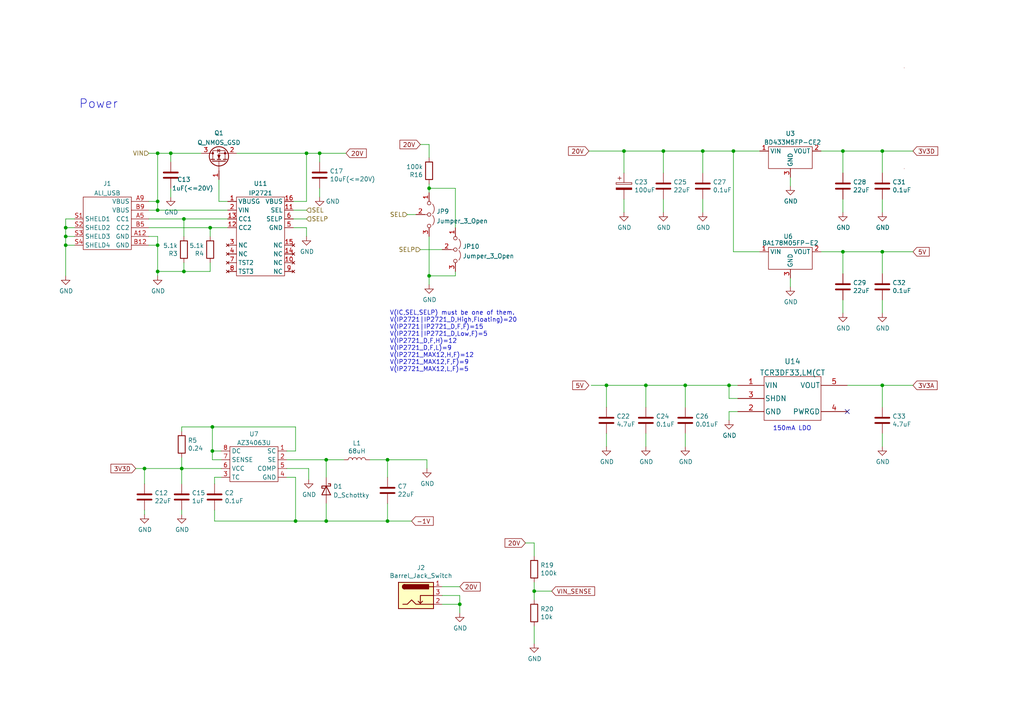
<source format=kicad_sch>
(kicad_sch (version 20211123) (generator eeschema)
  (paper "A4")
  (lib_symbols
    (symbol "Connector:Barrel_Jack_Switch" (pin_names hide)
      (property "Reference" "J" (at 0 5.334 0))
      (property "Value" "Barrel_Jack_Switch" (at 0 -5.08 0))
      (symbol "Barrel_Jack_Switch_0_1"
        (rectangle (start -5.08 3.81) (end 5.08 -3.81) (stroke (width 0.254)) (fill (type background)))
        (arc (start -3.302 3.175) (mid -3.937 2.54) (end -3.302 1.905) (stroke (width 0.254)))
        (arc (start -3.302 3.175) (mid -3.937 2.54) (end -3.302 1.905) (stroke (width 0.254)) (fill (type outline)))
        (polyline (pts (xy 1.27 -2.286) (xy 1.905 -1.651)) (stroke (width 0.254)))
        (polyline (pts (xy 5.08 2.54) (xy 3.81 2.54)) (stroke (width 0.254)))
        (polyline (pts (xy 5.08 0) (xy 1.27 0) (xy 1.27 -2.286) (xy 0.635 -1.651)) (stroke (width 0.254)))
        (polyline (pts (xy -3.81 -2.54) (xy -2.54 -2.54) (xy -1.27 -1.27) (xy 0 -2.54) (xy 2.54 -2.54) (xy 5.08 -2.54)) (stroke (width 0.254)))
        (rectangle (start 3.683 3.175) (end -3.302 1.905) (stroke (width 0.254)) (fill (type outline)))
      )
      (symbol "Barrel_Jack_Switch_1_1"
        (pin passive line (at 7.62 2.54 180) (length 2.54) (name "~") (number "1"))
        (pin passive line (at 7.62 -2.54 180) (length 2.54) (name "~") (number "2"))
        (pin passive line (at 7.62 0 180) (length 2.54) (name "~") (number "3"))
      )
    )
    (symbol "Device:C" (pin_numbers hide) (pin_names (offset 0.254))
      (property "Reference" "C" (at 0.635 2.54 0))
      (property "Value" "C" (at 0.635 -2.54 0))
      (symbol "C_0_1"
        (polyline (pts (xy -2.032 -0.762) (xy 2.032 -0.762)) (stroke (width 0.508)))
        (polyline (pts (xy -2.032 0.762) (xy 2.032 0.762)) (stroke (width 0.508)))
      )
      (symbol "C_1_1"
        (pin passive line (at 0 3.81 270) (length 2.794) (name "~") (number "1"))
        (pin passive line (at 0 -3.81 90) (length 2.794) (name "~") (number "2"))
      )
    )
    (symbol "Device:CP" (pin_numbers hide) (pin_names (offset 0.254))
      (property "Reference" "C" (at 0.635 2.54 0))
      (property "Value" "Device_CP" (at 0.635 -2.54 0))
      (symbol "CP_0_1"
        (rectangle (start -2.286 0.508) (end 2.286 1.016))
        (polyline (pts (xy -1.778 2.286) (xy -0.762 2.286)))
        (polyline (pts (xy -1.27 2.794) (xy -1.27 1.778)))
        (rectangle (start 2.286 -0.508) (end -2.286 -1.016) (fill (type outline)))
      )
      (symbol "CP_1_1"
        (pin passive line (at 0 3.81 270) (length 2.794) (name "~") (number "1"))
        (pin passive line (at 0 -3.81 90) (length 2.794) (name "~") (number "2"))
      )
    )
    (symbol "Device:D_Schottky" (pin_numbers hide) (pin_names (offset 1.016) hide)
      (property "Reference" "D" (at 0 2.54 0))
      (property "Value" "D_Schottky" (at 0 -2.54 0))
      (symbol "D_Schottky_0_1"
        (polyline (pts (xy 1.27 0) (xy -1.27 0)))
        (polyline (pts (xy 1.27 1.27) (xy 1.27 -1.27) (xy -1.27 0) (xy 1.27 1.27)) (stroke (width 0.254)))
        (polyline (pts (xy -1.905 0.635) (xy -1.905 1.27) (xy -1.27 1.27) (xy -1.27 -1.27) (xy -0.635 -1.27) (xy -0.635 -0.635)) (stroke (width 0.254)))
      )
      (symbol "D_Schottky_1_1"
        (pin passive line (at -3.81 0 0) (length 2.54) (name "K") (number "1"))
        (pin passive line (at 3.81 0 180) (length 2.54) (name "A") (number "2"))
      )
    )
    (symbol "Device:L" (pin_numbers hide) (pin_names (offset 1.016) hide)
      (property "Reference" "L" (at -1.27 0 90))
      (property "Value" "L" (at 1.905 0 90))
      (symbol "L_0_1"
        (arc (start 0 -2.54) (mid 0.635 -1.905) (end 0 -1.27))
        (arc (start 0 -1.27) (mid 0.635 -0.635) (end 0 0))
        (arc (start 0 0) (mid 0.635 0.635) (end 0 1.27))
        (arc (start 0 1.27) (mid 0.635 1.905) (end 0 2.54))
      )
      (symbol "L_1_1"
        (pin passive line (at 0 3.81 270) (length 1.27) (name "1") (number "1"))
        (pin passive line (at 0 -3.81 90) (length 1.27) (name "2") (number "2"))
      )
    )
    (symbol "Device:Q_NMOS_GSD" (pin_names (offset 0) hide)
      (property "Reference" "Q" (at 5.08 1.27 0))
      (property "Value" "Q_NMOS_GSD" (at 5.08 -1.27 0))
      (symbol "Q_NMOS_GSD_0_1"
        (polyline (pts (xy 0.254 0) (xy -2.54 0)))
        (polyline (pts (xy 0.254 1.905) (xy 0.254 -1.905)) (stroke (width 0.254)))
        (polyline (pts (xy 0.762 -1.27) (xy 0.762 -2.286)) (stroke (width 0.254)))
        (polyline (pts (xy 0.762 0.508) (xy 0.762 -0.508)) (stroke (width 0.254)))
        (polyline (pts (xy 0.762 2.286) (xy 0.762 1.27)) (stroke (width 0.254)))
        (polyline (pts (xy 2.54 2.54) (xy 2.54 1.778)))
        (polyline (pts (xy 2.54 -2.54) (xy 2.54 0) (xy 0.762 0)))
        (polyline (pts (xy 0.762 -1.778) (xy 3.302 -1.778) (xy 3.302 1.778) (xy 0.762 1.778)))
        (polyline (pts (xy 1.016 0) (xy 2.032 0.381) (xy 2.032 -0.381) (xy 1.016 0)) (fill (type outline)))
        (polyline (pts (xy 2.794 0.508) (xy 2.921 0.381) (xy 3.683 0.381) (xy 3.81 0.254)))
        (polyline (pts (xy 3.302 0.381) (xy 2.921 -0.254) (xy 3.683 -0.254) (xy 3.302 0.381)))
        (circle (center 1.651 0) (radius 2.794) (stroke (width 0.254)))
        (circle (center 2.54 -1.778) (radius 0.254) (fill (type outline)))
        (circle (center 2.54 1.778) (radius 0.254) (fill (type outline)))
      )
      (symbol "Q_NMOS_GSD_1_1"
        (pin input line (at -5.08 0 0) (length 2.54) (name "G") (number "1"))
        (pin passive line (at 2.54 -5.08 90) (length 2.54) (name "S") (number "2"))
        (pin passive line (at 2.54 5.08 270) (length 2.54) (name "D") (number "3"))
      )
    )
    (symbol "Device:R" (pin_numbers hide) (pin_names (offset 0))
      (property "Reference" "R" (at 2.032 0 90))
      (property "Value" "R" (at 0 0 90))
      (symbol "R_0_1"
        (rectangle (start -1.016 -2.54) (end 1.016 2.54) (stroke (width 0.254)))
      )
      (symbol "R_1_1"
        (pin passive line (at 0 3.81 270) (length 1.27) (name "~") (number "1"))
        (pin passive line (at 0 -3.81 90) (length 1.27) (name "~") (number "2"))
      )
    )
    (symbol "Jumper:Jumper_3_Open" (pin_names (offset 0) hide)
      (property "Reference" "JP" (at -2.54 -2.54 0))
      (property "Value" "Jumper_3_Open" (at 0 2.794 0))
      (symbol "Jumper_3_Open_0_0"
        (circle (center -3.302 0) (radius 0.508))
        (circle (center 0 0) (radius 0.508))
        (circle (center 3.302 0) (radius 0.508))
      )
      (symbol "Jumper_3_Open_0_1"
        (arc (start -0.254 1.016) (mid -1.651 1.4992) (end -3.048 1.016))
        (polyline (pts (xy 0 -0.508) (xy 0 -1.27)))
        (arc (start 3.048 1.016) (mid 1.651 1.4992) (end 0.254 1.016))
      )
      (symbol "Jumper_3_Open_1_1"
        (pin passive line (at -6.35 0 0) (length 2.54) (name "A") (number "1"))
        (pin input line (at 0 -3.81 90) (length 2.54) (name "C") (number "2"))
        (pin passive line (at 6.35 0 180) (length 2.54) (name "B") (number "3"))
      )
    )
    (symbol "Ninja-qPCR:ALI_USB"
      (property "Reference" "J" (at -7.62 2.54 0))
      (property "Value" "ALI_USB" (at -6.35 -15.24 0))
      (symbol "ALI_USB_0_1"
        (rectangle (start 0 1.27) (end -13.97 -13.97) (stroke (width 0.1524)))
      )
      (symbol "ALI_USB_1_1"
        (pin input line (at 5.08 -10.16 180) (length 5.08) (name "GND") (number "A12"))
        (pin input line (at 5.08 -5.08 180) (length 5.08) (name "CC1") (number "A5"))
        (pin input line (at 5.08 0 180) (length 5.08) (name "VBUS") (number "A9"))
        (pin input line (at 5.08 -12.7 180) (length 5.08) (name "GND") (number "B12"))
        (pin input line (at 5.08 -7.62 180) (length 5.08) (name "CC2") (number "B5"))
        (pin input line (at 5.08 -2.54 180) (length 5.08) (name "VBUS") (number "B9"))
        (pin input line (at -16.51 -5.08 0) (length 2.54) (name "SHELD1") (number "S1"))
        (pin input line (at -16.51 -7.62 0) (length 2.54) (name "SHELD2") (number "S2"))
        (pin input line (at -16.51 -10.16 0) (length 2.54) (name "SHELD3") (number "S3"))
        (pin input line (at -16.51 -12.7 0) (length 2.54) (name "SHELD4") (number "S4"))
      )
    )
    (symbol "Ninja-qPCR:AZ34063U"
      (property "Reference" "U" (at 0 0 0))
      (property "Value" "AZ34063U" (at 0 -12.7 0))
      (symbol "AZ34063U_0_1"
        (rectangle (start -6.35 -1.27) (end 7.62 -11.43) (stroke (width 0.1524)))
      )
      (symbol "AZ34063U_1_1"
        (pin input line (at 10.16 -2.54 180) (length 2.54) (name "SC") (number "1"))
        (pin input line (at 10.16 -5.08 180) (length 2.54) (name "SE") (number "2"))
        (pin input line (at -8.89 -10.16 0) (length 2.54) (name "TC") (number "3"))
        (pin input line (at 10.16 -10.16 180) (length 2.54) (name "GND") (number "4"))
        (pin input line (at 10.16 -7.62 180) (length 2.54) (name "COMP") (number "5"))
        (pin input line (at -8.89 -7.62 0) (length 2.54) (name "VCC") (number "6"))
        (pin input line (at -8.89 -5.08 0) (length 2.54) (name "SENSE") (number "7"))
        (pin input line (at -8.89 -2.54 0) (length 2.54) (name "DC") (number "8"))
      )
    )
    (symbol "Ninja-qPCR:IP2721"
      (property "Reference" "U" (at 0 2.54 0))
      (property "Value" "IP2721" (at 0 -22.86 0))
      (symbol "IP2721_0_1"
        (rectangle (start -7.62 1.27) (end 6.35 -21.59) (stroke (width 0.1524)))
      )
      (symbol "IP2721_1_1"
        (pin output line (at -10.16 0 0) (length 2.54) (name "VBUSG") (number "1"))
        (pin no_connect line (at 8.89 -17.78 180) (length 2.54) (name "NC") (number "10"))
        (pin input line (at 8.89 -2.54 180) (length 2.54) (name "SEL") (number "11"))
        (pin input line (at -10.16 -7.62 0) (length 2.54) (name "CC2") (number "12"))
        (pin input line (at -10.16 -5.08 0) (length 2.54) (name "CC1") (number "13"))
        (pin no_connect line (at 8.89 -15.24 180) (length 2.54) (name "NC") (number "14"))
        (pin no_connect line (at 8.89 -12.7 180) (length 2.54) (name "NC") (number "15"))
        (pin input line (at 8.89 0 180) (length 2.54) (name "VBUS") (number "16"))
        (pin power_in line (at -10.16 -2.54 0) (length 2.54) (name "VIN") (number "2"))
        (pin no_connect line (at -10.16 -12.7 0) (length 2.54) (name "NC") (number "3"))
        (pin no_connect line (at -10.16 -15.24 0) (length 2.54) (name "NC") (number "4"))
        (pin power_out line (at 8.89 -7.62 180) (length 2.54) (name "GND") (number "5"))
        (pin input line (at 8.89 -5.08 180) (length 2.54) (name "SELP") (number "6"))
        (pin no_connect line (at -10.16 -17.78 0) (length 2.54) (name "TST2") (number "7"))
        (pin no_connect line (at -10.16 -20.32 0) (length 2.54) (name "TST3") (number "8"))
        (pin no_connect line (at 8.89 -20.32 180) (length 2.54) (name "NC") (number "9"))
      )
    )
    (symbol "Ninja-qPCR:MCP1755T-3302E_OT" (pin_names (offset 0.254))
      (property "Reference" "U" (at 16.51 8.89 0))
      (property "Value" "MCP1755T-3302E_OT" (at 16.51 6.35 0))
      (symbol "MCP1755T-3302E_OT_1_1"
        (rectangle (start 7.62 2.54) (end 24.13 -10.16))
        (pin power_in line (at 0 0 0) (length 7.62) (name "VIN") (number "1"))
        (pin power_in line (at 0 -7.62 0) (length 7.62) (name "GND") (number "2"))
        (pin input line (at 0 -3.81 0) (length 7.62) (name "SHDN") (number "3"))
        (pin output line (at 31.75 -7.62 180) (length 7.62) (name "PWRGD") (number "4"))
        (pin output line (at 31.75 0 180) (length 7.62) (name "VOUT") (number "5"))
      )
    )
    (symbol "Ninja-qPCR:REG_TO252-3"
      (property "Reference" "U" (at 0 1.27 0))
      (property "Value" "REG_TO252-3" (at 7.62 -7.62 0))
      (symbol "REG_TO252-3_0_1"
        (rectangle (start -6.35 0) (end 6.35 -6.35) (stroke (width 0.1524)))
        (rectangle (start 33.02 22.86) (end 33.02 22.86) (stroke (width 0.1524)))
      )
      (symbol "REG_TO252-3_1_1"
        (pin input line (at -8.89 -1.27 0) (length 2.54) (name "VIN") (number "1"))
        (pin input line (at 8.89 -1.27 180) (length 2.54) (name "VOUT") (number "2"))
        (pin input line (at 0 -8.89 90) (length 2.54) (name "GND") (number "3"))
      )
    )
    (symbol "power:GND" (power) (pin_names (offset 0))
      (property "Value" "GND" (at 0 -3.81 0))
      (symbol "GND_0_1"
        (polyline (pts (xy 0 0) (xy 0 -1.27) (xy 1.27 -1.27) (xy 0 -2.54) (xy -1.27 -1.27) (xy 0 -1.27)))
      )
      (symbol "GND_1_1"
        (pin power_in line (at 0 0 270) (length 0) hide (name "GND") (number "1"))
      )
    )
  )
  (junction (at 61.595 123.825))
  (junction (at 53.34 63.5))
  (junction (at 19.05 66.04))
  (junction (at 45.72 58.42))
  (junction (at 255.905 43.815))
  (junction (at 192.405 43.815))
  (junction (at 92.71 44.45))
  (junction (at 244.475 43.815))
  (junction (at 45.72 60.96))
  (junction (at 112.395 151.13))
  (junction (at 180.975 43.815))
  (junction (at 255.905 73.025))
  (junction (at 94.615 133.35))
  (junction (at 41.91 135.89))
  (junction (at 49.53 44.45))
  (junction (at 175.895 111.76))
  (junction (at 198.755 111.76))
  (junction (at 124.46 54.61))
  (junction (at 88.9 44.45))
  (junction (at 112.395 133.35))
  (junction (at 133.35 175.26))
  (junction (at 61.595 130.81))
  (junction (at 45.72 78.74))
  (junction (at 203.835 43.815))
  (junction (at 187.325 111.76))
  (junction (at 255.905 111.76))
  (junction (at 60.96 66.04))
  (junction (at 94.615 151.13))
  (junction (at 124.46 80.01))
  (junction (at 19.05 71.12))
  (junction (at 244.475 73.025))
  (junction (at 211.455 111.76))
  (junction (at 52.705 135.89))
  (junction (at 154.94 171.45))
  (junction (at 85.725 151.13))
  (junction (at 19.05 68.58))
  (junction (at 212.725 43.815))
  (junction (at 45.72 71.12))
  (junction (at 45.72 44.45))
  (junction (at 53.34 78.74))
  (no_connect (at 245.745 119.38))
  (wire (pts (xy 66.04 58.42) (xy 63.5 58.42)))
  (wire (pts (xy 118.11 62.23) (xy 120.65 62.23)))
  (wire (pts (xy 83.185 135.89) (xy 89.535 135.89)))
  (wire (pts (xy 175.895 111.76) (xy 175.895 118.11)))
  (wire (pts (xy 187.325 125.73) (xy 187.325 129.54)))
  (wire (pts (xy 41.91 135.89) (xy 52.705 135.89)))
  (wire (pts (xy 41.91 149.225) (xy 41.91 147.955)))
  (wire (pts (xy 132.08 54.61) (xy 132.08 66.04)))
  (wire (pts (xy 61.595 130.81) (xy 61.595 133.35)))
  (wire (pts (xy 45.72 78.74) (xy 45.72 80.01)))
  (wire (pts (xy 49.53 54.61) (xy 49.53 57.15)))
  (wire (pts (xy 154.94 157.48) (xy 154.94 161.29)))
  (wire (pts (xy 45.72 68.58) (xy 45.72 71.12)))
  (wire (pts (xy 61.595 133.35) (xy 64.135 133.35)))
  (wire (pts (xy 255.905 57.785) (xy 255.905 61.595)))
  (wire (pts (xy 152.4 157.48) (xy 154.94 157.48)))
  (wire (pts (xy 85.09 66.04) (xy 88.9 66.04)))
  (wire (pts (xy 88.9 66.04) (xy 88.9 68.58)))
  (wire (pts (xy 45.72 71.12) (xy 45.72 78.74)))
  (wire (pts (xy 61.595 123.825) (xy 52.705 123.825)))
  (wire (pts (xy 212.725 43.815) (xy 220.345 43.815)))
  (wire (pts (xy 62.23 147.955) (xy 62.23 151.13)))
  (wire (pts (xy 245.745 111.76) (xy 255.905 111.76)))
  (wire (pts (xy 198.755 125.73) (xy 198.755 129.54)))
  (wire (pts (xy 187.325 111.76) (xy 198.755 111.76)))
  (wire (pts (xy 213.995 115.57) (xy 211.455 115.57)))
  (wire (pts (xy 85.725 130.81) (xy 85.725 123.825)))
  (wire (pts (xy 68.58 44.45) (xy 88.9 44.45)))
  (wire (pts (xy 180.975 43.815) (xy 180.975 50.165)))
  (wire (pts (xy 19.05 66.04) (xy 19.05 68.58)))
  (wire (pts (xy 229.235 80.645) (xy 229.235 83.185)))
  (wire (pts (xy 124.46 68.58) (xy 124.46 80.01)))
  (wire (pts (xy 213.995 119.38) (xy 211.455 119.38)))
  (wire (pts (xy 238.125 43.815) (xy 244.475 43.815)))
  (wire (pts (xy 255.905 86.995) (xy 255.905 90.805)))
  (wire (pts (xy 83.185 133.35) (xy 94.615 133.35)))
  (wire (pts (xy 45.72 60.96) (xy 66.04 60.96)))
  (wire (pts (xy 192.405 43.815) (xy 203.835 43.815)))
  (wire (pts (xy 62.23 151.13) (xy 85.725 151.13)))
  (wire (pts (xy 112.395 146.05) (xy 112.395 151.13)))
  (wire (pts (xy 124.46 54.61) (xy 124.46 55.88)))
  (wire (pts (xy 124.46 53.34) (xy 124.46 54.61)))
  (wire (pts (xy 85.09 60.96) (xy 88.9 60.96)))
  (wire (pts (xy 211.455 119.38) (xy 211.455 121.92)))
  (wire (pts (xy 39.37 135.89) (xy 41.91 135.89)))
  (wire (pts (xy 43.18 71.12) (xy 45.72 71.12)))
  (wire (pts (xy 60.96 76.2) (xy 60.96 78.74)))
  (wire (pts (xy 52.705 135.89) (xy 64.135 135.89)))
  (wire (pts (xy 53.34 76.2) (xy 53.34 78.74)))
  (wire (pts (xy 123.825 133.35) (xy 123.825 135.89)))
  (wire (pts (xy 203.835 43.815) (xy 212.725 43.815)))
  (wire (pts (xy 112.395 133.35) (xy 112.395 138.43)))
  (wire (pts (xy 53.34 78.74) (xy 60.96 78.74)))
  (wire (pts (xy 255.905 125.73) (xy 255.905 129.54)))
  (wire (pts (xy 128.27 170.18) (xy 133.35 170.18)))
  (wire (pts (xy 19.05 68.58) (xy 21.59 68.58)))
  (wire (pts (xy 154.94 171.45) (xy 160.02 171.45)))
  (wire (pts (xy 244.475 57.785) (xy 244.475 61.595)))
  (wire (pts (xy 154.94 171.45) (xy 154.94 173.99)))
  (wire (pts (xy 45.72 58.42) (xy 45.72 44.45)))
  (wire (pts (xy 85.09 63.5) (xy 88.9 63.5)))
  (wire (pts (xy 61.595 130.81) (xy 64.135 130.81)))
  (wire (pts (xy 212.725 43.815) (xy 212.725 73.025)))
  (wire (pts (xy 43.18 58.42) (xy 45.72 58.42)))
  (wire (pts (xy 255.905 111.76) (xy 264.795 111.76)))
  (wire (pts (xy 133.35 172.72) (xy 133.35 175.26)))
  (wire (pts (xy 60.96 66.04) (xy 66.04 66.04)))
  (wire (pts (xy 175.895 125.73) (xy 175.895 129.54)))
  (wire (pts (xy 94.615 151.13) (xy 112.395 151.13)))
  (wire (pts (xy 180.975 43.815) (xy 192.405 43.815)))
  (wire (pts (xy 132.08 78.74) (xy 132.08 80.01)))
  (wire (pts (xy 89.535 135.89) (xy 89.535 139.065)))
  (wire (pts (xy 52.705 149.225) (xy 52.705 147.955)))
  (wire (pts (xy 213.995 111.76) (xy 211.455 111.76)))
  (wire (pts (xy 255.905 73.025) (xy 264.795 73.025)))
  (wire (pts (xy 43.18 60.96) (xy 45.72 60.96)))
  (wire (pts (xy 255.905 73.025) (xy 244.475 73.025)))
  (wire (pts (xy 112.395 151.13) (xy 119.38 151.13)))
  (wire (pts (xy 211.455 111.76) (xy 211.455 115.57)))
  (wire (pts (xy 49.53 44.45) (xy 49.53 46.99)))
  (wire (pts (xy 124.46 41.91) (xy 124.46 45.72)))
  (wire (pts (xy 45.72 78.74) (xy 53.34 78.74)))
  (wire (pts (xy 255.905 43.815) (xy 255.905 50.165)))
  (wire (pts (xy 53.34 63.5) (xy 53.34 68.58)))
  (wire (pts (xy 41.91 135.89) (xy 41.91 140.335)))
  (wire (pts (xy 112.395 133.35) (xy 123.825 133.35)))
  (wire (pts (xy 244.475 43.815) (xy 244.475 50.165)))
  (wire (pts (xy 52.705 132.715) (xy 52.705 135.89)))
  (wire (pts (xy 255.905 111.76) (xy 255.905 118.11)))
  (wire (pts (xy 244.475 73.025) (xy 244.475 79.375)))
  (wire (pts (xy 19.05 63.5) (xy 19.05 66.04)))
  (wire (pts (xy 187.325 111.76) (xy 187.325 118.11)))
  (wire (pts (xy 60.96 66.04) (xy 60.96 68.58)))
  (wire (pts (xy 85.725 151.13) (xy 94.615 151.13)))
  (wire (pts (xy 83.185 138.43) (xy 85.725 138.43)))
  (wire (pts (xy 85.725 138.43) (xy 85.725 151.13)))
  (wire (pts (xy 255.905 73.025) (xy 255.905 79.375)))
  (wire (pts (xy 121.92 72.39) (xy 128.27 72.39)))
  (wire (pts (xy 61.595 123.825) (xy 61.595 130.81)))
  (wire (pts (xy 94.615 133.35) (xy 99.695 133.35)))
  (wire (pts (xy 255.905 43.815) (xy 244.475 43.815)))
  (wire (pts (xy 238.125 73.025) (xy 244.475 73.025)))
  (wire (pts (xy 88.9 44.45) (xy 92.71 44.45)))
  (wire (pts (xy 43.18 68.58) (xy 45.72 68.58)))
  (wire (pts (xy 92.71 54.61) (xy 92.71 57.15)))
  (wire (pts (xy 198.755 111.76) (xy 211.455 111.76)))
  (wire (pts (xy 198.755 111.76) (xy 198.755 118.11)))
  (wire (pts (xy 255.905 43.815) (xy 264.795 43.815)))
  (wire (pts (xy 107.315 133.35) (xy 112.395 133.35)))
  (wire (pts (xy 62.23 138.43) (xy 62.23 140.335)))
  (wire (pts (xy 88.9 44.45) (xy 88.9 58.42)))
  (wire (pts (xy 192.405 43.815) (xy 192.405 50.165)))
  (wire (pts (xy 52.705 135.89) (xy 52.705 140.335)))
  (wire (pts (xy 83.185 130.81) (xy 85.725 130.81)))
  (wire (pts (xy 53.34 63.5) (xy 66.04 63.5)))
  (wire (pts (xy 171.45 111.76) (xy 175.895 111.76)))
  (wire (pts (xy 43.18 63.5) (xy 53.34 63.5)))
  (wire (pts (xy 175.895 111.76) (xy 187.325 111.76)))
  (wire (pts (xy 124.46 80.01) (xy 124.46 82.55)))
  (wire (pts (xy 121.92 41.91) (xy 124.46 41.91)))
  (wire (pts (xy 94.615 133.35) (xy 94.615 138.43)))
  (wire (pts (xy 45.72 60.96) (xy 45.72 58.42)))
  (wire (pts (xy 203.835 57.785) (xy 203.835 61.595)))
  (wire (pts (xy 85.725 123.825) (xy 61.595 123.825)))
  (wire (pts (xy 229.235 51.435) (xy 229.235 53.975)))
  (wire (pts (xy 43.18 66.04) (xy 60.96 66.04)))
  (wire (pts (xy 49.53 44.45) (xy 58.42 44.45)))
  (wire (pts (xy 19.05 71.12) (xy 21.59 71.12)))
  (wire (pts (xy 43.18 44.45) (xy 45.72 44.45)))
  (wire (pts (xy 203.835 43.815) (xy 203.835 50.165)))
  (wire (pts (xy 128.27 175.26) (xy 133.35 175.26)))
  (wire (pts (xy 180.975 57.785) (xy 180.975 61.595)))
  (wire (pts (xy 94.615 146.05) (xy 94.615 151.13)))
  (wire (pts (xy 124.46 54.61) (xy 132.08 54.61)))
  (wire (pts (xy 21.59 63.5) (xy 19.05 63.5)))
  (wire (pts (xy 19.05 68.58) (xy 19.05 71.12)))
  (wire (pts (xy 170.815 43.815) (xy 180.975 43.815)))
  (wire (pts (xy 52.705 123.825) (xy 52.705 125.095)))
  (wire (pts (xy 19.05 71.12) (xy 19.05 80.01)))
  (wire (pts (xy 192.405 57.785) (xy 192.405 61.595)))
  (wire (pts (xy 19.05 66.04) (xy 21.59 66.04)))
  (wire (pts (xy 154.94 168.91) (xy 154.94 171.45)))
  (wire (pts (xy 92.71 44.45) (xy 100.33 44.45)))
  (wire (pts (xy 45.72 44.45) (xy 49.53 44.45)))
  (wire (pts (xy 212.725 73.025) (xy 220.345 73.025)))
  (wire (pts (xy 64.135 138.43) (xy 62.23 138.43)))
  (wire (pts (xy 133.35 177.8) (xy 133.35 175.26)))
  (wire (pts (xy 128.27 172.72) (xy 133.35 172.72)))
  (wire (pts (xy 154.94 181.61) (xy 154.94 186.69)))
  (wire (pts (xy 63.5 58.42) (xy 63.5 52.07)))
  (wire (pts (xy 85.09 58.42) (xy 88.9 58.42)))
  (wire (pts (xy 132.08 80.01) (xy 124.46 80.01)))
  (wire (pts (xy 92.71 44.45) (xy 92.71 46.99)))
  (wire (pts (xy 244.475 86.995) (xy 244.475 90.805)))
  (text "V(IC,SEL,SELP) must be one of them.\nV(IP2721|IP2721_D,High,Floating)=20\nV(IP2721|IP2721_D,F,F)=15\nV(IP2721|IP2721_D,Low,F)=5\nV(IP2721_D,F,H)=12\nV(IP2721_D,F,L)=9\nV(IP2721_MAX12,H,F)=12\nV(IP2721_MAX12,F,F)=9\nV(IP2721_MAX12,L,F)=5" (at 113.03 107.95 0) (effects (font (size 1.27 1.27)) (justify left bottom)))
  (text "Power" (at 22.86 31.75 0) (effects (font (size 2.54 2.54)) (justify left bottom)))
  (text "150mA LDO" (at 224.155 125.095 0) (effects (font (size 1.27 1.27)) (justify left bottom)))
  (global_label "3V3D" (shape input) (at 264.795 43.815 0) (property "Intersheet References" "${INTERSHEET_REFS}" (effects hide)))
  (global_label "3V3D" (shape input) (at 39.37 135.89 180) (property "Intersheet References" "${INTERSHEET_REFS}" (effects hide)))
  (global_label "20V" (shape input) (at 100.33 44.45 0) (property "Intersheet References" "${INTERSHEET_REFS}" (effects hide)))
  (global_label "20V" (shape input) (at 152.4 157.48 180) (property "Intersheet References" "${INTERSHEET_REFS}" (effects hide)))
  (global_label "5V" (shape input) (at 264.795 73.025 0) (property "Intersheet References" "${INTERSHEET_REFS}" (effects hide)))
  (global_label "20V" (shape input) (at 133.35 170.18 0) (property "Intersheet References" "${INTERSHEET_REFS}" (effects hide)))
  (global_label "20V" (shape input) (at 170.815 43.815 180) (property "Intersheet References" "${INTERSHEET_REFS}" (effects hide)))
  (global_label "VIN_SENSE" (shape input) (at 160.02 171.45 0) (property "Intersheet References" "${INTERSHEET_REFS}" (effects hide)))
  (global_label "5V" (shape input) (at 170.815 111.76 180) (property "Intersheet References" "${INTERSHEET_REFS}" (effects hide)))
  (global_label "-1V" (shape input) (at 119.38 151.13 0) (property "Intersheet References" "${INTERSHEET_REFS}" (effects hide)))
  (global_label "3V3A" (shape input) (at 264.795 111.76 0) (property "Intersheet References" "${INTERSHEET_REFS}" (effects hide)))
  (global_label "20V" (shape input) (at 121.92 41.91 180) (property "Intersheet References" "${INTERSHEET_REFS}" (effects hide)))
  (hierarchical_label "VIN" (shape input) (at 43.18 44.45 180))
  (hierarchical_label "SELP" (shape input) (at 88.9 63.5 0))
  (hierarchical_label "SEL" (shape input) (at 88.9 60.96 0))
  (hierarchical_label "SEL" (shape input) (at 118.11 62.23 180))
  (hierarchical_label "SELP" (shape input) (at 121.92 72.39 180))
  (symbol (lib_id "power:GND") (at 175.895 129.54 0) (unit 1)
    (property "Reference" "#PWR0122" (effects hide))
    (property "Value" "GND" (at 176.022 133.9342 0))
  )
  (symbol (lib_id "power:GND") (at 124.46 82.55 0) (unit 1)
    (property "Reference" "#PWR0131" (effects hide))
    (property "Value" "GND" (at 124.587 86.9442 0))
  )
  (symbol (lib_id "Ninja-qPCR:REG_TO252-3") (at 229.235 71.755 0) (unit 1)
    (property "Reference" "U6" (at 228.6 68.58 0))
    (property "Value" "BA178M05FP-E2" (at 229.235 70.485 0))
    (property "Footprint" "Ninja-qPCR:REG_TO252-3" (effects hide))
  )
  (symbol (lib_id "power:GND") (at 192.405 61.595 0) (unit 1)
    (property "Reference" "#PWR0136" (effects hide))
    (property "Value" "GND" (at 192.532 65.9892 0))
  )
  (symbol (lib_id "Device:C") (at 41.91 144.145 0) (unit 1)
    (property "Reference" "C12" (at 44.831 142.9766 0) (effects (justify left)))
    (property "Value" "22uF" (at 44.831 145.288 0) (effects (justify left)))
    (property "Footprint" "Capacitor_SMD:C_1210_3225Metric" (effects hide))
  )
  (symbol (lib_id "Device:C") (at 187.325 121.92 0) (unit 1)
    (property "Reference" "C24" (at 190.246 120.7516 0) (effects (justify left)))
    (property "Value" "0.1uF" (at 190.246 123.063 0) (effects (justify left)))
    (property "Footprint" "Capacitor_SMD:C_0603_1608Metric" (effects hide))
  )
  (symbol (lib_id "power:GND") (at 255.905 129.54 0) (unit 1)
    (property "Reference" "#PWR0128" (effects hide))
    (property "Value" "GND" (at 256.032 133.9342 0))
  )
  (symbol (lib_id "power:GND") (at 244.475 61.595 0) (unit 1)
    (property "Reference" "#PWR0123" (effects hide))
    (property "Value" "GND" (at 244.602 65.9892 0))
  )
  (symbol (lib_id "Device:L") (at 103.505 133.35 90) (unit 1)
    (property "Reference" "L1" (at 103.505 128.524 90))
    (property "Value" "68uH" (at 103.505 130.8354 90))
    (property "Footprint" "Inductor_SMD:L_Taiyo-Yuden_NR-60xx" (effects hide))
  )
  (symbol (lib_id "Ninja-qPCR:ALI_USB") (at 38.1 58.42 0) (unit 1)
    (property "Reference" "J1" (at 31.115 53.2343 0))
    (property "Value" "ALI_USB" (at 31.115 56.0094 0))
    (property "Footprint" "Ninja-qPCR:ALI_USB" (effects hide))
  )
  (symbol (lib_id "Device:C") (at 244.475 53.975 0) (unit 1)
    (property "Reference" "C28" (at 247.396 52.8066 0) (effects (justify left)))
    (property "Value" "22uF" (at 247.396 55.118 0) (effects (justify left)))
    (property "Footprint" "Capacitor_SMD:C_1210_3225Metric" (effects hide))
  )
  (symbol (lib_id "power:GND") (at 198.755 129.54 0) (unit 1)
    (property "Reference" "#PWR0118" (effects hide))
    (property "Value" "GND" (at 198.882 133.9342 0))
  )
  (symbol (lib_id "Device:C") (at 244.475 83.185 0) (unit 1)
    (property "Reference" "C29" (at 247.396 82.0166 0) (effects (justify left)))
    (property "Value" "22uF" (at 247.396 84.328 0) (effects (justify left)))
    (property "Footprint" "Capacitor_SMD:C_1210_3225Metric" (effects hide))
  )
  (symbol (lib_id "Device:C") (at 52.705 144.145 0) (unit 1)
    (property "Reference" "C15" (at 55.626 142.9766 0) (effects (justify left)))
    (property "Value" "1uF" (at 55.626 145.288 0) (effects (justify left)))
    (property "Footprint" "Capacitor_SMD:C_0603_1608Metric" (effects hide))
  )
  (symbol (lib_id "Jumper:Jumper_3_Open") (at 132.08 72.39 270) (unit 1)
    (property "Reference" "JP10" (at 134.2142 71.4815 90) (effects (justify left)))
    (property "Value" "Jumper_3_Open" (at 134.2142 74.2566 90) (effects (justify left)))
    (property "Footprint" "Jumper:SolderJumper-3_P2.0mm_Open_TrianglePad1.0x1.5mm" (effects hide))
  )
  (symbol (lib_id "Device:C") (at 49.53 50.8 0) (unit 1)
    (property "Reference" "C13" (at 53.34 52.07 0))
    (property "Value" "1uF(<=20V)" (at 55.88 54.61 0))
    (property "Footprint" "Capacitor_SMD:C_0603_1608Metric" (effects hide))
  )
  (symbol (lib_id "power:GND") (at 52.705 149.225 0) (unit 1)
    (property "Reference" "#PWR0114" (effects hide))
    (property "Value" "GND" (at 52.832 153.6192 0))
  )
  (symbol (lib_id "power:GND") (at 123.825 135.89 0) (unit 1)
    (property "Reference" "#PWR0106" (effects hide))
    (property "Value" "GND" (at 123.952 140.2842 0))
  )
  (symbol (lib_id "Device:C") (at 255.905 121.92 0) (unit 1)
    (property "Reference" "C33" (at 258.826 120.7516 0) (effects (justify left)))
    (property "Value" "4.7uF" (at 258.826 123.063 0) (effects (justify left)))
    (property "Footprint" "Capacitor_SMD:C_0805_2012Metric" (effects hide))
  )
  (symbol (lib_id "power:GND") (at 88.9 68.58 0) (unit 1)
    (property "Reference" "#PWR0115" (effects hide))
    (property "Value" "GND" (at 89.027 72.9742 0))
  )
  (symbol (lib_id "Ninja-qPCR:MCP1755T-3302E_OT") (at 213.995 111.76 0) (unit 1)
    (property "Reference" "U14" (at 229.87 104.8161 0) (effects (font (size 1.524 1.524))))
    (property "Value" "TCR3DF33,LM(CT" (at 229.87 108.0951 0) (effects (font (size 1.524 1.524))))
    (property "Footprint" "Package_TO_SOT_SMD:SOT-23-5" (effects hide))
  )
  (symbol (lib_id "power:GND") (at 255.905 61.595 0) (unit 1)
    (property "Reference" "#PWR0124" (effects hide))
    (property "Value" "GND" (at 256.032 65.9892 0))
  )
  (symbol (lib_id "Device:C") (at 192.405 53.975 0) (unit 1)
    (property "Reference" "C25" (at 195.326 52.8066 0) (effects (justify left)))
    (property "Value" "22uF" (at 195.326 55.118 0) (effects (justify left)))
    (property "Footprint" "Capacitor_SMD:C_1210_3225Metric" (effects hide))
  )
  (symbol (lib_id "Device:C") (at 62.23 144.145 0) (unit 1)
    (property "Reference" "C2" (at 65.151 142.9766 0) (effects (justify left)))
    (property "Value" "0.1uF" (at 65.151 145.288 0) (effects (justify left)))
    (property "Footprint" "Capacitor_SMD:C_0603_1608Metric" (effects hide))
  )
  (symbol (lib_id "Ninja-qPCR:AZ34063U") (at 73.025 128.27 0) (unit 1)
    (property "Reference" "U7" (at 73.66 125.891 0))
    (property "Value" "AZ34063U" (at 73.66 128.4279 0))
    (property "Footprint" "Package_SO:SOP-8_3.9x4.9mm_P1.27mm" (effects hide))
  )
  (symbol (lib_id "power:GND") (at 203.835 61.595 0) (unit 1)
    (property "Reference" "#PWR0134" (effects hide))
    (property "Value" "GND" (at 203.962 65.9892 0))
  )
  (symbol (lib_id "Ninja-qPCR:REG_TO252-3") (at 229.235 42.545 0) (unit 1)
    (property "Reference" "U3" (at 229.235 38.735 0))
    (property "Value" "BD433M5FP-CE2" (at 229.87 41.275 0))
    (property "Footprint" "Ninja-qPCR:REG_TO252-3" (effects hide))
  )
  (symbol (lib_id "power:GND") (at 244.475 90.805 0) (unit 1)
    (property "Reference" "#PWR0125" (effects hide))
    (property "Value" "GND" (at 244.602 95.1992 0))
  )
  (symbol (lib_id "power:GND") (at 89.535 139.065 0) (unit 1)
    (property "Reference" "#PWR0107" (effects hide))
    (property "Value" "GND" (at 89.662 143.4592 0))
  )
  (symbol (lib_id "power:GND") (at 211.455 121.92 0) (unit 1)
    (property "Reference" "#PWR0121" (effects hide))
    (property "Value" "GND" (at 211.582 126.3142 0))
  )
  (symbol (lib_id "power:GND") (at 180.975 61.595 0) (unit 1)
    (property "Reference" "#PWR0135" (effects hide))
    (property "Value" "GND" (at 181.102 65.9892 0))
  )
  (symbol (lib_id "power:GND") (at 229.235 83.185 0) (unit 1)
    (property "Reference" "#PWR0132" (effects hide))
    (property "Value" "GND" (at 229.362 87.5792 0))
  )
  (symbol (lib_id "Device:C") (at 112.395 142.24 0) (unit 1)
    (property "Reference" "C7" (at 115.316 141.0716 0) (effects (justify left)))
    (property "Value" "22uF" (at 115.316 143.383 0) (effects (justify left)))
    (property "Footprint" "Capacitor_SMD:C_1210_3225Metric" (effects hide))
  )
  (symbol (lib_id "power:GND") (at 45.72 80.01 0) (unit 1)
    (property "Reference" "#PWR0110" (effects hide))
    (property "Value" "GND" (at 45.847 84.4042 0))
  )
  (symbol (lib_id "power:GND") (at 229.235 53.975 0) (unit 1)
    (property "Reference" "#PWR0133" (effects hide))
    (property "Value" "GND" (at 229.362 58.3692 0))
  )
  (symbol (lib_id "power:GND") (at 133.35 177.8 0) (unit 1)
    (property "Reference" "#PWR0138" (effects hide))
    (property "Value" "GND" (at 133.477 182.1942 0))
  )
  (symbol (lib_id "power:GND") (at 41.91 149.225 0) (unit 1)
    (property "Reference" "#PWR0113" (effects hide))
    (property "Value" "GND" (at 42.037 153.6192 0))
  )
  (symbol (lib_id "Device:R") (at 154.94 177.8 0) (unit 1)
    (property "Reference" "R20" (at 156.718 176.6316 0) (effects (justify left)))
    (property "Value" "10k" (at 156.718 178.943 0) (effects (justify left)))
    (property "Footprint" "Resistor_SMD:R_0603_1608Metric" (effects hide))
  )
  (symbol (lib_id "Connector:Barrel_Jack_Switch") (at 120.65 172.72 0) (unit 1)
    (property "Reference" "J2" (at 122.0978 164.6682 0))
    (property "Value" "Barrel_Jack_Switch" (at 122.0978 166.9796 0))
    (property "Footprint" "Connector_BarrelJack:BarrelJack_Horizontal" (effects hide))
  )
  (symbol (lib_id "power:GND") (at 255.905 90.805 0) (unit 1)
    (property "Reference" "#PWR0126" (effects hide))
    (property "Value" "GND" (at 256.032 95.1992 0))
  )
  (symbol (lib_id "power:GND") (at 154.94 186.69 0) (unit 1)
    (property "Reference" "#PWR0137" (effects hide))
    (property "Value" "GND" (at 155.067 191.0842 0))
  )
  (symbol (lib_id "Ninja-qPCR:IP2721") (at 76.2 58.42 0) (unit 1)
    (property "Reference" "U11" (at 75.565 53.2343 0))
    (property "Value" "IP2721" (at 75.565 56.0094 0))
    (property "Footprint" "Package_SO:TSSOP-16_4.4x5mm_P0.65mm" (effects hide))
  )
  (symbol (lib_id "Device:C") (at 203.835 53.975 0) (unit 1)
    (property "Reference" "C27" (at 206.756 52.8066 0) (effects (justify left)))
    (property "Value" "0.1uF" (at 206.756 55.118 0) (effects (justify left)))
    (property "Footprint" "Capacitor_SMD:C_0603_1608Metric" (effects hide))
  )
  (symbol (lib_id "Device:D_Schottky") (at 94.615 142.24 270) (unit 1)
    (property "Reference" "D1" (at 96.647 141.0878 90) (effects (justify left)))
    (property "Value" "D_Schottky" (at 96.647 143.6247 90) (effects (justify left)))
    (property "Footprint" "Ninja-qPCR:MSS1P3L-M3&slash_89A" (effects hide))
  )
  (symbol (lib_id "Device:R") (at 124.46 49.53 180) (unit 1)
    (property "Reference" "R16" (at 122.682 50.6984 0) (effects (justify left)))
    (property "Value" "100k" (at 122.682 48.387 0) (effects (justify left)))
    (property "Footprint" "Resistor_SMD:R_0603_1608Metric" (effects hide))
  )
  (symbol (lib_id "power:GND") (at 92.71 57.15 0) (unit 1)
    (property "Reference" "#PWR0116" (effects hide))
    (property "Value" "GND" (at 96.52 58.42 0))
  )
  (symbol (lib_id "Device:Q_NMOS_GSD") (at 63.5 46.99 90) (unit 1)
    (property "Reference" "Q1" (at 63.5 38.5785 90))
    (property "Value" "Q_NMOS_GSD" (at 63.5 41.3536 90))
    (property "Footprint" "Ninja-qPCR:SOT95P240X112-3N" (effects hide))
  )
  (symbol (lib_id "Device:C") (at 255.905 83.185 0) (unit 1)
    (property "Reference" "C32" (at 258.826 82.0166 0) (effects (justify left)))
    (property "Value" "0.1uF" (at 258.826 84.328 0) (effects (justify left)))
    (property "Footprint" "Capacitor_SMD:C_0603_1608Metric" (effects hide))
  )
  (symbol (lib_id "power:GND") (at 49.53 57.15 0) (unit 1)
    (property "Reference" "#PWR0109" (effects hide))
    (property "Value" "GND" (at 49.657 61.5442 0))
  )
  (symbol (lib_id "Device:CP") (at 180.975 53.975 0) (unit 1)
    (property "Reference" "C23" (at 183.9722 52.8066 0) (effects (justify left)))
    (property "Value" "100uF" (at 183.9722 55.118 0) (effects (justify left)))
    (property "Footprint" "Ninja-qPCR:35TZV100M6.3X8" (effects hide))
  )
  (symbol (lib_id "Device:C") (at 92.71 50.8 0) (unit 1)
    (property "Reference" "C17" (at 95.631 49.6316 0) (effects (justify left)))
    (property "Value" "10uF(<=20V)" (at 95.631 51.943 0) (effects (justify left)))
    (property "Footprint" "Capacitor_SMD:C_0805_2012Metric" (effects hide))
  )
  (symbol (lib_id "Device:C") (at 175.895 121.92 0) (unit 1)
    (property "Reference" "C22" (at 178.816 120.7516 0) (effects (justify left)))
    (property "Value" "4.7uF" (at 178.816 123.063 0) (effects (justify left)))
    (property "Footprint" "Capacitor_SMD:C_0805_2012Metric" (effects hide))
  )
  (symbol (lib_id "Device:R") (at 52.705 128.905 0) (unit 1)
    (property "Reference" "R5" (at 54.483 127.7366 0) (effects (justify left)))
    (property "Value" "0.24" (at 54.483 130.048 0) (effects (justify left)))
    (property "Footprint" "Resistor_SMD:R_0603_1608Metric" (effects hide))
  )
  (symbol (lib_id "Device:C") (at 198.755 121.92 0) (unit 1)
    (property "Reference" "C26" (at 201.676 120.7516 0) (effects (justify left)))
    (property "Value" "0.01uF" (at 201.676 123.063 0) (effects (justify left)))
    (property "Footprint" "Capacitor_SMD:C_0603_1608Metric" (effects hide))
  )
  (symbol (lib_id "power:GND") (at 187.325 129.54 0) (unit 1)
    (property "Reference" "#PWR0119" (effects hide))
    (property "Value" "GND" (at 187.452 133.9342 0))
  )
  (symbol (lib_id "power:GND") (at 19.05 80.01 0) (unit 1)
    (property "Reference" "#PWR0105" (effects hide))
    (property "Value" "GND" (at 19.177 84.4042 0))
  )
  (symbol (lib_id "Jumper:Jumper_3_Open") (at 124.46 62.23 270) (unit 1)
    (property "Reference" "JP9" (at 126.5942 61.3215 90) (effects (justify left)))
    (property "Value" "Jumper_3_Open" (at 126.5942 64.0966 90) (effects (justify left)))
    (property "Footprint" "Jumper:SolderJumper-3_P2.0mm_Open_TrianglePad1.0x1.5mm" (effects hide))
  )
  (symbol (lib_id "Device:R") (at 53.34 72.39 180) (unit 1)
    (property "Reference" "R3" (at 51.562 73.5584 0) (effects (justify left)))
    (property "Value" "5.1k" (at 51.562 71.247 0) (effects (justify left)))
    (property "Footprint" "Resistor_SMD:R_0603_1608Metric" (effects hide))
  )
  (symbol (lib_id "Device:R") (at 60.96 72.39 180) (unit 1)
    (property "Reference" "R4" (at 59.182 73.5584 0) (effects (justify left)))
    (property "Value" "5.1k" (at 59.182 71.247 0) (effects (justify left)))
    (property "Footprint" "Resistor_SMD:R_0603_1608Metric" (effects hide))
  )
  (symbol (lib_id "Device:C") (at 255.905 53.975 0) (unit 1)
    (property "Reference" "C31" (at 258.826 52.8066 0) (effects (justify left)))
    (property "Value" "0.1uF" (at 258.826 55.118 0) (effects (justify left)))
    (property "Footprint" "Capacitor_SMD:C_0603_1608Metric" (effects hide))
  )
  (symbol (lib_id "Device:R") (at 154.94 165.1 0) (unit 1)
    (property "Reference" "R19" (at 156.718 163.9316 0) (effects (justify left)))
    (property "Value" "100k" (at 156.718 166.243 0) (effects (justify left)))
    (property "Footprint" "Resistor_SMD:R_0603_1608Metric" (effects hide))
  )
)
</source>
